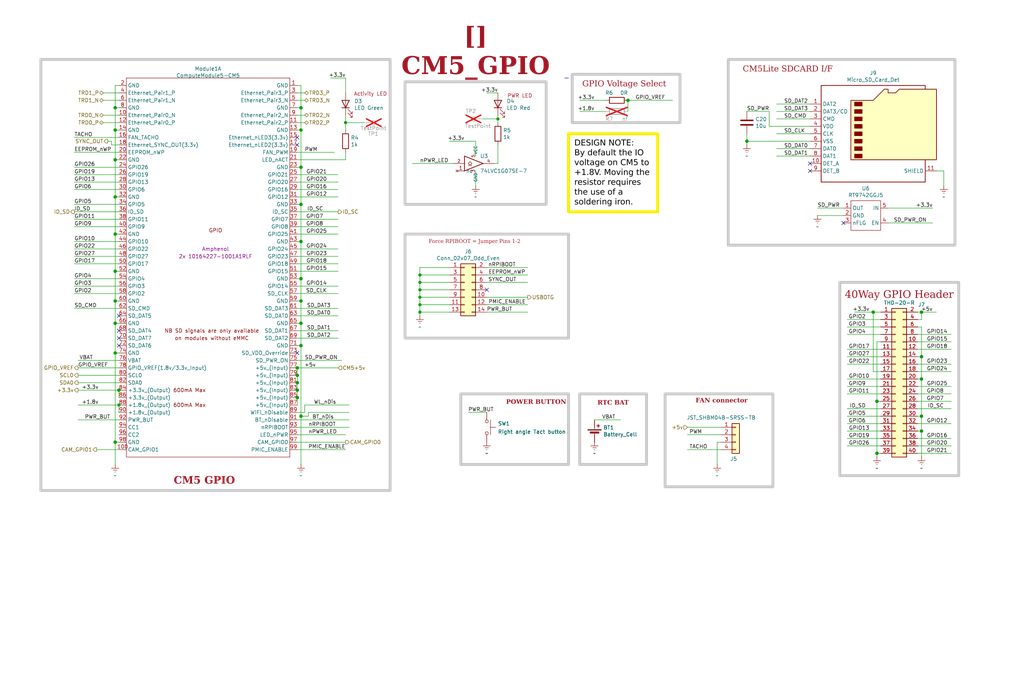
<source format=kicad_sch>
(kicad_sch (version 20250114) (generator "eeschema") (generator_version "9.0")
  (paper "User" 350 230)
  (title_block (title "CM5_GPIO") (date "Last Modified Date") (rev "${REVISION}") (company "${COMPANY}"))
  (rectangle (start 195.58 25.4) (end 232.41 41.91) (stroke (width 1) (color 200 200 200 1)))
  (rectangle (start 138.43 27.94) (end 186.69 69.85) (stroke (width 1) (color 200 200 200 1)))
  (rectangle (start 13.97 20.32) (end 133.35 167.64) (stroke (width 1) (color 200 200 200 1)))
  (rectangle (start 248.92 20.32) (end 326.39 83.82) (stroke (width 1) (color 200 200 200 1)))
  (rectangle (start 157.48 134.62) (end 194.31 158.75) (stroke (width 1) (color 200 200 200 1)))
  (rectangle (start 138.43 80.01) (end 194.31 115.57) (stroke (width 1) (color 200 200 200 1)))
  (rectangle (start 198.12 134.62) (end 220.98 158.75) (stroke (width 1) (color 200 200 200 1)))
  (rectangle (start 227.33 134.62) (end 264.16 166.37) (stroke (width 1) (color 200 200 200 1)))
  (rectangle (start 287.02 96.52) (end 327.66 162.56) (stroke (width 1) (color 200 200 200 1)))
  (text "Flexible I/O worked examples" (at 265.43 254 0) (effects (font (size 1.27 1.27)) (justify left bottom)))
  (text "Force RPIBOOT = Jumper Pins 1-2 \n" (at 178.435 83.82 0) (effects (font (size 1.27 1.27)) (justify right bottom)))
  (text "Activity LED" (at 120.904 33.02 0) (effects (font (size 1.27 1.27)) (justify left bottom)))
  (text "PWR LED" (at 173.355 33.655 0) (effects (font (size 1.27 1.27)) (justify left bottom)))
  (text "POWER BUTTON" (at 172.974 138.938 0) (effects (font (size 1.524 1.524) (bold yes)) (justify left bottom)))
  (text "FAN connector\n" (at 237.744 138.43 0) (effects (font (size 1.524 1.524) (bold yes)) (justify left bottom)))
  (text "References:" (at 265.43 250.19 0) (effects (font (size 1.27 1.27) (thickness 0.254) (bold yes)) (justify left bottom)))
  (text "RTC BAT" (at 204.216 139.192 0) (effects (font (size 1.524 1.524) (bold yes)) (justify left bottom)))
  (text "Flexible I/O source configuration" (at 265.43 256.54 0) (effects (font (size 1.27 1.27)) (justify left bottom)))
  (text_box "GPIO Voltage Select" (at 129.54 22.225 0) (size 167.64 9.525) (margins 1.9049 1.9049 1.9049 1.9049) (stroke (width -0.0001)) (effects (font (size 2 2) (thickness 0.3175)) (justify bottom)))
  (text_box "CM5Lite SDCARD I/F" (at 248.92 17.145 0) (size 40.64 9.525) (margins 1.9049 1.9049 1.9049 1.9049) (stroke (width -0.0001)) (effects (font (size 2 2) (thickness 0.3175)) (justify bottom)))
  (text_box "CM5 GPIO" (at -25.4 160.02 0) (size 190.5 7.62) (margins 1.9049 1.9049 1.9049 1.9049) (stroke (width -0.0001)) (effects (font (size 2.54 2.54) (thickness 0.508) (bold yes)) (justify bottom)))
  (text_box "DESIGN NOTE:\nBy default the IO voltage on CM5 to +1.8V. Moving the resistor requires the use of a soldering iron." (at 194.31 45.72 0) (size 30.48 26.67) (margins 2 2 2 2) (stroke (width 1) (color 250 236 0 1)) (effects (font (size 2 2)) (justify left top)))
  (text_box "40Way GPIO Header" (at 285.75 94.615 0) (size 43.18 9.525) (margins 1.9049 1.9049 1.9049 1.9049) (stroke (width -0.0001)) (effects (font (size 2.54 2.54) (thickness 0.3175)) (justify bottom)))
  (text_box "[${#}] ${TITLE}" (at 127 11.43 0) (size 71.12 12.7) (margins 5.9999 5.9999 5.9999 5.9999) (stroke (width -0.0001)) (effects (font (size 6 6) (thickness 1.2) (bold yes))))
  (junction (at 102.87 82.55) (diameter 1.016))
  (junction (at 39.37 54.61) (diameter 1.016))
  (junction (at 299.72 154.94) (diameter 1.016))
  (junction (at 118.11 41.91))
  (junction (at 102.87 110.49) (diameter 1.016))
  (junction (at 143.51 93.98))
  (junction (at 143.51 104.14))
  (junction (at 101.6 125.73) (diameter 1.016))
  (junction (at 298.45 106.68) (diameter 1.016))
  (junction (at 214.63 34.29) (diameter 1.016))
  (junction (at 255.27 48.26) (diameter 1.016))
  (junction (at 39.37 67.31) (diameter 1.016))
  (junction (at 314.96 147.32) (diameter 1.016))
  (junction (at 102.87 69.85) (diameter 1.016))
  (junction (at 40.64 133.35) (diameter 1.016))
  (junction (at 102.87 44.45) (diameter 1.016))
  (junction (at 314.96 142.24) (diameter 1.016))
  (junction (at 101.6 135.89) (diameter 1.016))
  (junction (at 314.96 106.68) (diameter 1.016))
  (junction (at 39.37 151.13) (diameter 1.016))
  (junction (at 143.51 101.6))
  (junction (at 314.96 121.92) (diameter 1.016))
  (junction (at 39.37 80.01) (diameter 1.016))
  (junction (at 102.87 142.24) (diameter 1.016))
  (junction (at 39.37 44.45) (diameter 1.016))
  (junction (at 102.87 57.15) (diameter 1.016))
  (junction (at 102.87 95.25) (diameter 1.016))
  (junction (at 143.51 96.52))
  (junction (at 299.72 137.16) (diameter 1.016))
  (junction (at 314.96 129.54) (diameter 1.016))
  (junction (at 101.6 130.81) (diameter 1.016))
  (junction (at 102.87 102.87) (diameter 1.016))
  (junction (at 39.37 92.71) (diameter 1.016))
  (junction (at 39.37 120.65) (diameter 1.016))
  (junction (at 40.64 138.43))
  (junction (at 101.6 128.27) (diameter 1.016))
  (junction (at 102.87 118.11) (diameter 1.016))
  (junction (at 39.37 110.49) (diameter 1.016))
  (junction (at 39.37 36.83) (diameter 1.016))
  (junction (at 39.37 102.87) (diameter 1.016))
  (junction (at 102.87 36.83) (diameter 1.016))
  (junction (at 143.51 106.68))
  (junction (at 101.6 133.35) (diameter 1.016))
  (junction (at 143.51 99.06))
  (junction (at 170.18 40.64))
  (no_connect (at 276.86 55.88))
  (no_connect (at 40.64 107.95))
  (no_connect (at 40.64 115.57))
  (no_connect (at 101.6 49.53))
  (no_connect (at 288.29 76.2))
  (no_connect (at 101.6 120.65))
  (no_connect (at 40.64 113.03))
  (no_connect (at 276.86 58.42))
  (no_connect (at 40.64 118.11))
  (no_connect (at 166.37 99.06))
  (no_connect (at 101.6 46.99))
  (wire (pts (xy 214.63 34.29) (xy 214.63 38.1)))
  (wire (pts (xy 160.02 140.97) (xy 166.37 140.97)))
  (wire (pts (xy 162.56 58.42) (xy 162.56 63.5)))
  (wire (pts (xy 101.6 102.87) (xy 102.87 102.87)))
  (wire (pts (xy 313.69 106.68) (xy 314.96 106.68)))
  (wire (pts (xy 102.87 118.11) (xy 102.87 142.24)))
  (wire (pts (xy 101.6 62.23) (xy 115.57 62.23)))
  (wire (pts (xy 40.64 29.21) (xy 39.37 29.21)))
  (wire (pts (xy 102.87 29.21) (xy 102.87 36.83)))
  (wire (pts (xy 166.37 91.44) (xy 180.34 91.44)))
  (wire (pts (xy 143.51 104.14) (xy 153.67 104.14)))
  (wire (pts (xy 102.87 142.24) (xy 105.41 142.24)))
  (wire (pts (xy 299.72 137.16) (xy 300.99 137.16)))
  (wire (pts (xy 101.6 59.69) (xy 115.57 59.69)))
  (wire (pts (xy 314.96 129.54) (xy 313.69 129.54)))
  (wire (pts (xy 26.67 133.35) (xy 40.64 133.35)))
  (wire (pts (xy 289.56 114.3) (xy 300.99 114.3)))
  (wire (pts (xy 276.86 38.1) (xy 265.43 38.1)))
  (wire (pts (xy 289.56 144.78) (xy 300.99 144.78)))
  (wire (pts (xy 101.6 54.61) (xy 118.11 54.61)))
  (wire (pts (xy 39.37 102.87) (xy 40.64 102.87)))
  (wire (pts (xy 289.56 121.92) (xy 300.99 121.92)))
  (wire (pts (xy 101.6 67.31) (xy 115.57 67.31)))
  (wire (pts (xy 102.87 95.25) (xy 102.87 102.87)))
  (wire (pts (xy 101.6 146.05) (xy 119.38 146.05)))
  (wire (pts (xy 313.69 119.38) (xy 325.12 119.38)))
  (wire (pts (xy 314.96 147.32) (xy 314.96 156.21)))
  (wire (pts (xy 25.4 62.23) (xy 40.64 62.23)))
  (wire (pts (xy 214.63 34.29) (xy 229.87 34.29)))
  (wire (pts (xy 26.67 130.81) (xy 40.64 130.81)))
  (wire (pts (xy 143.51 93.98) (xy 153.67 93.98)))
  (wire (pts (xy 276.86 53.34) (xy 265.43 53.34)))
  (wire (pts (xy 143.51 101.6) (xy 143.51 104.14)))
  (wire (pts (xy 101.6 64.77) (xy 115.57 64.77)))
  (wire (pts (xy 313.69 134.62) (xy 325.12 134.62)))
  (wire (pts (xy 288.29 73.66) (xy 279.4 73.66)))
  (wire (pts (xy 170.18 31.75) (xy 166.37 31.75)))
  (wire (pts (xy 25.4 90.17) (xy 40.64 90.17)))
  (wire (pts (xy 25.4 85.09) (xy 40.64 85.09)))
  (wire (pts (xy 101.6 31.75) (xy 104.14 31.75)))
  (wire (pts (xy 289.56 129.54) (xy 300.99 129.54)))
  (wire (pts (xy 166.37 101.6) (xy 180.34 101.6)))
  (wire (pts (xy 166.37 96.52) (xy 180.34 96.52)))
  (wire (pts (xy 101.6 34.29) (xy 104.14 34.29)))
  (wire (pts (xy 101.6 140.97) (xy 104.14 140.97)))
  (wire (pts (xy 289.56 149.86) (xy 300.99 149.86)))
  (wire (pts (xy 101.6 52.07) (xy 114.3 52.07)))
  (wire (pts (xy 101.6 74.93) (xy 115.57 74.93)))
  (wire (pts (xy 313.69 116.84) (xy 325.12 116.84)))
  (wire (pts (xy 39.37 151.13) (xy 39.37 158.75)))
  (wire (pts (xy 289.56 132.08) (xy 300.99 132.08)))
  (wire (pts (xy 33.02 153.67) (xy 40.64 153.67)))
  (wire (pts (xy 303.53 76.2) (xy 318.77 76.2)))
  (wire (pts (xy 25.4 77.47) (xy 40.64 77.47)))
  (wire (pts (xy 162.56 48.26) (xy 153.67 48.26)))
  (wire (pts (xy 289.56 142.24) (xy 300.99 142.24)))
  (wire (pts (xy 102.87 69.85) (xy 102.87 82.55)))
  (wire (pts (xy 143.51 91.44) (xy 153.67 91.44)))
  (wire (pts (xy 40.64 151.13) (xy 39.37 151.13)))
  (wire (pts (xy 25.4 52.07) (xy 40.64 52.07)))
  (wire (pts (xy 314.96 142.24) (xy 314.96 129.54)))
  (wire (pts (xy 299.72 154.94) (xy 299.72 156.21)))
  (wire (pts (xy 299.72 137.16) (xy 299.72 154.94)))
  (wire (pts (xy 101.6 128.27) (xy 101.6 130.81)))
  (wire (pts (xy 25.4 64.77) (xy 40.64 64.77)))
  (wire (pts (xy 39.37 92.71) (xy 39.37 102.87)))
  (wire (pts (xy 38.1 48.26) (xy 38.1 49.53)))
  (wire (pts (xy 26.67 125.73) (xy 40.64 125.73)))
  (wire (pts (xy 234.95 146.05) (xy 246.38 146.05)))
  (wire (pts (xy 300.99 106.68) (xy 298.45 106.68)))
  (wire (pts (xy 102.87 110.49) (xy 102.87 118.11)))
  (wire (pts (xy 262.89 43.18) (xy 262.89 38.1)))
  (wire (pts (xy 101.6 36.83) (xy 102.87 36.83)))
  (wire (pts (xy 39.37 54.61) (xy 39.37 67.31)))
  (wire (pts (xy 101.6 72.39) (xy 115.57 72.39)))
  (wire (pts (xy 289.56 124.46) (xy 300.99 124.46)))
  (wire (pts (xy 101.6 118.11) (xy 102.87 118.11)))
  (polyline (pts (xy 194.31 26.67) (xy 193.04 26.67)) (stroke (width 0) (type solid)))
  (wire (pts (xy 25.4 69.85) (xy 40.64 69.85)))
  (wire (pts (xy 25.4 87.63) (xy 40.64 87.63)))
  (wire (pts (xy 105.41 142.24) (xy 105.41 140.97)))
  (wire (pts (xy 101.6 143.51) (xy 119.38 143.51)))
  (wire (pts (xy 25.4 105.41) (xy 40.64 105.41)))
  (wire (pts (xy 39.37 110.49) (xy 39.37 120.65)))
  (wire (pts (xy 39.37 80.01) (xy 39.37 92.71)))
  (wire (pts (xy 143.51 104.14) (xy 143.51 106.68)))
  (wire (pts (xy 170.18 40.64) (xy 170.18 41.91)))
  (wire (pts (xy 113.03 26.67) (xy 118.11 26.67)))
  (wire (pts (xy 143.51 91.44) (xy 143.51 93.98)))
  (wire (pts (xy 35.306 31.75) (xy 40.64 31.75)))
  (wire (pts (xy 289.56 111.76) (xy 300.99 111.76)))
  (wire (pts (xy 102.87 44.45) (xy 102.87 57.15)))
  (wire (pts (xy 101.6 57.15) (xy 102.87 57.15)))
  (wire (pts (xy 101.6 130.81) (xy 101.6 133.35)))
  (wire (pts (xy 314.96 121.92) (xy 314.96 129.54)))
  (wire (pts (xy 101.6 44.45) (xy 102.87 44.45)))
  (wire (pts (xy 26.67 138.43) (xy 40.64 138.43)))
  (wire (pts (xy 101.6 153.67) (xy 118.11 153.67)))
  (wire (pts (xy 101.6 115.57) (xy 115.57 115.57)))
  (wire (pts (xy 298.45 127) (xy 300.99 127)))
  (wire (pts (xy 143.51 93.98) (xy 143.51 96.52)))
  (wire (pts (xy 299.72 116.84) (xy 299.72 137.16)))
  (wire (pts (xy 101.6 151.13) (xy 118.11 151.13)))
  (wire (pts (xy 320.04 58.42) (xy 322.58 58.42)))
  (wire (pts (xy 143.51 106.68) (xy 143.51 107.95)))
  (wire (pts (xy 101.6 107.95) (xy 115.57 107.95)))
  (wire (pts (xy 26.67 143.51) (xy 40.64 143.51)))
  (wire (pts (xy 313.69 124.46) (xy 325.12 124.46)))
  (wire (pts (xy 313.69 154.94) (xy 325.12 154.94)))
  (wire (pts (xy 25.4 82.55) (xy 40.64 82.55)))
  (wire (pts (xy 313.69 111.76) (xy 314.96 111.76)))
  (wire (pts (xy 313.69 152.4) (xy 325.12 152.4)))
  (wire (pts (xy 101.6 87.63) (xy 115.57 87.63)))
  (wire (pts (xy 313.69 109.22) (xy 314.96 109.22)))
  (wire (pts (xy 289.56 147.32) (xy 300.99 147.32)))
  (wire (pts (xy 40.64 44.45) (xy 39.37 44.45)))
  (wire (pts (xy 39.37 67.31) (xy 40.64 67.31)))
  (wire (pts (xy 203.2 143.51) (xy 212.09 143.51)))
  (wire (pts (xy 104.14 140.97) (xy 104.14 138.43)))
  (wire (pts (xy 289.56 134.62) (xy 300.99 134.62)))
  (wire (pts (xy 40.64 36.83) (xy 39.37 36.83)))
  (wire (pts (xy 39.37 110.49) (xy 40.64 110.49)))
  (wire (pts (xy 170.18 39.37) (xy 170.18 40.64)))
  (wire (pts (xy 39.37 102.87) (xy 39.37 110.49)))
  (wire (pts (xy 25.4 100.33) (xy 40.64 100.33)))
  (wire (pts (xy 36.83 48.26) (xy 38.1 48.26)))
  (wire (pts (xy 255.27 48.26) (xy 276.86 48.26)))
  (wire (pts (xy 299.72 154.94) (xy 300.99 154.94)))
  (wire (pts (xy 35.306 39.37) (xy 40.64 39.37)))
  (wire (pts (xy 39.37 54.61) (xy 40.64 54.61)))
  (wire (pts (xy 255.27 38.1) (xy 262.89 38.1)))
  (wire (pts (xy 25.4 97.79) (xy 40.64 97.79)))
  (wire (pts (xy 25.4 46.99) (xy 40.64 46.99)))
  (wire (pts (xy 25.4 72.39) (xy 40.64 72.39)))
  (wire (pts (xy 313.69 139.7) (xy 325.12 139.7)))
  (wire (pts (xy 143.51 99.06) (xy 153.67 99.06)))
  (wire (pts (xy 313.69 147.32) (xy 314.96 147.32)))
  (wire (pts (xy 102.87 82.55) (xy 102.87 95.25)))
  (wire (pts (xy 289.56 152.4) (xy 300.99 152.4)))
  (wire (pts (xy 101.6 125.73) (xy 101.6 128.27)))
  (wire (pts (xy 170.18 49.53) (xy 170.18 55.88)))
  (wire (pts (xy 39.37 67.31) (xy 39.37 80.01)))
  (wire (pts (xy 101.6 29.21) (xy 102.87 29.21)))
  (wire (pts (xy 101.6 77.47) (xy 115.57 77.47)))
  (wire (pts (xy 265.43 35.56) (xy 276.86 35.56)))
  (wire (pts (xy 234.95 153.67) (xy 246.38 153.67)))
  (wire (pts (xy 101.6 133.35) (xy 101.6 135.89)))
  (wire (pts (xy 143.51 96.52) (xy 143.51 99.06)))
  (wire (pts (xy 115.57 105.41) (xy 101.6 105.41)))
  (wire (pts (xy 313.69 142.24) (xy 314.96 142.24)))
  (wire (pts (xy 255.27 48.26) (xy 255.27 49.53)))
  (wire (pts (xy 102.87 57.15) (xy 102.87 69.85)))
  (wire (pts (xy 118.11 41.91) (xy 124.46 41.91)))
  (wire (pts (xy 289.56 139.7) (xy 300.99 139.7)))
  (wire (pts (xy 276.86 43.18) (xy 262.89 43.18)))
  (wire (pts (xy 322.58 58.42) (xy 322.58 63.5)))
  (wire (pts (xy 101.6 123.19) (xy 116.84 123.19)))
  (wire (pts (xy 26.67 123.19) (xy 40.64 123.19)))
  (wire (pts (xy 101.6 135.89) (xy 101.6 138.43)))
  (wire (pts (xy 143.51 96.52) (xy 153.67 96.52)))
  (wire (pts (xy 314.96 147.32) (xy 314.96 142.24)))
  (wire (pts (xy 101.6 110.49) (xy 102.87 110.49)))
  (wire (pts (xy 300.99 116.84) (xy 299.72 116.84)))
  (wire (pts (xy 26.67 128.27) (xy 40.64 128.27)))
  (wire (pts (xy 298.45 106.68) (xy 298.45 127)))
  (wire (pts (xy 198.12 38.1) (xy 207.01 38.1)))
  (wire (pts (xy 166.37 104.14) (xy 180.34 104.14)))
  (wire (pts (xy 39.37 36.83) (xy 39.37 44.45)))
  (wire (pts (xy 143.51 101.6) (xy 153.67 101.6)))
  (wire (pts (xy 246.38 151.13) (xy 245.11 151.13)))
  (wire (pts (xy 143.51 106.68) (xy 153.67 106.68)))
  (wire (pts (xy 198.12 34.29) (xy 207.01 34.29)))
  (wire (pts (xy 165.1 40.64) (xy 170.18 40.64)))
  (wire (pts (xy 39.37 120.65) (xy 39.37 151.13)))
  (wire (pts (xy 101.6 97.79) (xy 115.57 97.79)))
  (wire (pts (xy 35.306 41.91) (xy 40.64 41.91)))
  (wire (pts (xy 313.69 132.08) (xy 325.12 132.08)))
  (wire (pts (xy 101.6 148.59) (xy 118.11 148.59)))
  (wire (pts (xy 292.1 106.68) (xy 298.45 106.68)))
  (wire (pts (xy 313.69 149.86) (xy 325.12 149.86)))
  (wire (pts (xy 39.37 92.71) (xy 40.64 92.71)))
  (wire (pts (xy 314.96 109.22) (xy 314.96 106.68)))
  (wire (pts (xy 255.27 45.72) (xy 255.27 48.26)))
  (wire (pts (xy 170.18 55.88) (xy 168.91 55.88)))
  (wire (pts (xy 40.64 140.97) (xy 40.64 138.43)))
  (wire (pts (xy 166.37 106.68) (xy 180.34 106.68)))
  (wire (pts (xy 39.37 120.65) (xy 40.64 120.65)))
  (wire (pts (xy 313.69 127) (xy 325.12 127)))
  (wire (pts (xy 118.11 44.45) (xy 118.11 41.91)))
  (wire (pts (xy 140.97 55.88) (xy 154.94 55.88)))
  (wire (pts (xy 101.6 92.71) (xy 115.57 92.71)))
  (wire (pts (xy 289.56 119.38) (xy 300.99 119.38)))
  (wire (pts (xy 314.96 106.68) (xy 320.04 106.68)))
  (wire (pts (xy 118.11 54.61) (xy 118.11 52.07)))
  (wire (pts (xy 101.6 69.85) (xy 102.87 69.85)))
  (wire (pts (xy 162.56 53.34) (xy 162.56 48.26)))
  (wire (pts (xy 101.6 41.91) (xy 104.14 41.91)))
  (wire (pts (xy 265.43 50.8) (xy 276.86 50.8)))
  (wire (pts (xy 25.4 74.93) (xy 40.64 74.93)))
  (wire (pts (xy 314.96 111.76) (xy 314.96 121.92)))
  (wire (pts (xy 265.43 40.64) (xy 276.86 40.64)))
  (wire (pts (xy 25.4 57.15) (xy 40.64 57.15)))
  (wire (pts (xy 40.64 135.89) (xy 40.64 133.35)))
  (wire (pts (xy 234.95 148.59) (xy 246.38 148.59)))
  (wire (pts (xy 101.6 82.55) (xy 102.87 82.55)))
  (wire (pts (xy 101.6 95.25) (xy 102.87 95.25)))
  (wire (pts (xy 101.6 85.09) (xy 115.57 85.09)))
  (wire (pts (xy 39.37 44.45) (xy 39.37 54.61)))
  (wire (pts (xy 143.51 99.06) (xy 143.51 101.6)))
  (wire (pts (xy 102.87 142.24) (xy 102.87 158.75)))
  (wire (pts (xy 39.37 80.01) (xy 40.64 80.01)))
  (wire (pts (xy 314.96 121.92) (xy 313.69 121.92)))
  (wire (pts (xy 118.11 41.91) (xy 118.11 39.37)))
  (wire (pts (xy 25.4 95.25) (xy 40.64 95.25)))
  (wire (pts (xy 313.69 144.78) (xy 325.12 144.78)))
  (wire (pts (xy 288.29 71.12) (xy 279.4 71.12)))
  (wire (pts (xy 101.6 90.17) (xy 115.57 90.17)))
  (wire (pts (xy 118.11 26.67) (xy 118.11 31.75)))
  (wire (pts (xy 245.11 151.13) (xy 245.11 158.75)))
  (wire (pts (xy 35.306 34.29) (xy 40.64 34.29)))
  (wire (pts (xy 102.87 102.87) (xy 102.87 110.49)))
  (wire (pts (xy 166.37 93.98) (xy 180.34 93.98)))
  (wire (pts (xy 105.41 140.97) (xy 119.38 140.97)))
  (wire (pts (xy 276.86 45.72) (xy 265.43 45.72)))
  (wire (pts (xy 25.4 59.69) (xy 40.64 59.69)))
  (wire (pts (xy 115.57 100.33) (xy 101.6 100.33)))
  (wire (pts (xy 101.6 39.37) (xy 104.14 39.37)))
  (wire (pts (xy 39.37 29.21) (xy 39.37 36.83)))
  (wire (pts (xy 313.69 137.16) (xy 325.12 137.16)))
  (wire (pts (xy 101.6 125.73) (xy 115.57 125.73)))
  (wire (pts (xy 104.14 138.43) (xy 119.38 138.43)))
  (wire (pts (xy 115.57 113.03) (xy 101.6 113.03)))
  (wire (pts (xy 303.53 71.12) (xy 318.77 71.12)))
  (wire (pts (xy 101.6 80.01) (xy 115.57 80.01)))
  (wire (pts (xy 102.87 36.83) (xy 102.87 44.45)))
  (wire (pts (xy 38.1 49.53) (xy 40.64 49.53)))
  (wire (pts (xy 313.69 114.3) (xy 325.12 114.3)))
  (wire (pts (xy 289.56 109.22) (xy 300.99 109.22)))
  (label "GPIO25" (at 111.76 80.01 180))
  (label "GPIO12" (at 323.85 144.78 180))
  (label "GPIO25" (at 323.85 132.08 180))
  (label "GPIO9" (at 25.4 77.47 0))
  (label "GPIO24" (at 323.85 127 180))
  (label "GPIO10" (at 25.4 82.55 0))
  (label "GPIO17" (at 297.18 119.38 180))
  (label "WL_nDis" (at 114.935 138.43 180))
  (label "PMIC_ENABLE" (at 118.11 153.67 180))
  (label "SYNC_OUT" (at 176.53 96.52 180))
  (label "" (at 148.59 101.6 180))
  (label "GPIO6" (at 25.4 64.77 0))
  (label "GPIO15" (at 111.76 92.71 180))
  (label "GPIO9" (at 295.91 132.08 180))
  (label "GPIO_VREF" (at 26.67 125.73 0))
  (label "GPIO2" (at 295.91 109.22 180))
  (label "GPIO14" (at 111.76 97.79 180))
  (label "SD_DAT2" (at 267.97 35.56 0))
  (label "GPIO20" (at 111.76 62.23 180))
  (label "GPIO7" (at 322.58 137.16 180))
  (label "SD_DAT0" (at 113.03 107.95 180))
  (label "+1.8v" (at 203.2 38.1 180))
  (label "GPIO13" (at 297.18 147.32 180))
  (label "" (at 148.59 91.44 180))
  (label "ID_SC" (at 322.58 139.7 180))
  (label "SD_CMD" (at 25.4 105.41 0))
  (label "" (at 148.59 96.52 180))
  (label "GPIO_VREF" (at 217.17 34.29 0))
  (label "GPIO21" (at 323.85 154.94 180))
  (label "GPIO12" (at 111.76 67.31 180))
  (label "GPIO16" (at 323.85 149.86 180))
  (label "EEPROM_nWP" (at 25.4 52.07 0))
  (label "SD_DAT2" (at 113.03 115.57 180))
  (label "PWR_BUT" (at 28.956 143.51 0))
  (label "TACHO" (at 235.585 153.67 0))
  (label "BT_nDis" (at 114.1476 143.51 180))
  (label "GPIO16" (at 111.76 64.77 180))
  (label "GPIO18" (at 111.76 90.17 180))
  (label "nRPIBOOT" (at 105.41 146.05 0))
  (label "GPIO21" (at 111.76 59.69 180))
  (label "+3.3v" (at 318.77 71.12 180))
  (label "GPIO19" (at 297.18 149.86 180))
  (label "PWM" (at 235.585 148.59 0))
  (label "GPIO4" (at 25.4 95.25 0))
  (label "PWR_BUT" (at 166.37 106.68 0))
  (label "+5v" (at 318.77 106.68 180))
  (label "SD_CMD" (at 267.97 40.64 0))
  (label "SD_PWR" (at 279.4 71.12 0))
  (label "" (at 148.59 104.14 180))
  (label "GPIO11" (at 25.4 74.93 0))
  (label "+5v" (at 107.95 125.73 180))
  (label "GPIO23" (at 323.85 124.46 180))
  (label "SD_DAT3" (at 267.97 38.1 0))
  (label "+3.3v" (at 203.2 34.29 180))
  (label "SD_PWR_ON" (at 104.14 123.19 0))
  (label "TACHO" (at 25.4 46.99 0))
  (label "PWM" (at 104.14 52.07 0))
  (label "ID_SD" (at 25.4 72.39 0))
  (label "SD_DAT0" (at 267.97 50.8 0))
  (label "" (at 148.59 99.06 180))
  (label "SD_DAT1" (at 267.97 53.34 0))
  (label "GPIO13" (at 25.4 62.23 0))
  (label "GPIO26" (at 297.18 152.4 180))
  (label "ID_SD" (at 295.91 139.7 180))
  (label "GPIO17" (at 25.4 90.17 0))
  (label "GPIO27" (at 25.4 87.63 0))
  (label "GPIO23" (at 111.76 87.63 180))
  (label "GPIO5" (at 25.4 69.85 0))
  (label "GPIO15" (at 323.85 116.84 180))
  (label "GPIO11" (at 297.18 134.62 180))
  (label "SD_DAT1" (at 113.03 113.03 180))
  (label "+3.3v" (at 297.18 106.68 180))
  (label "VBAT" (at 31.75 123.19 180))
  (label "" (at 148.59 106.68 180))
  (label "nPWR_LED" (at 105.41 148.59 0))
  (label "GPIO3" (at 25.4 97.79 0))
  (label "GPIO19" (at 25.4 59.69 0))
  (label "SD_CLK" (at 267.97 45.72 0))
  (label "GPIO26" (at 25.4 57.15 0))
  (label "GPIO22" (at 297.18 124.46 180))
  (label "+3.3v" (at 118.11 26.67 180))
  (label "GPIO3" (at 295.91 111.76 180))
  (label "PMIC_ENABLE" (at 179.705 104.14 180))
  (label "+3.3v" (at 158.75 48.26 180))
  (label "nPWR_LED" (at 143.51 55.88 0))
  (label "VBAT" (at 205.74 143.51 0))
  (label "SD_CLK" (at 111.76 100.33 180))
  (label "+1.8v" (at 27.94 138.43 0))
  (label "GPIO8" (at 322.58 134.62 180))
  (label "nRPIBOOT" (at 176.276 91.44 180))
  (label "+3.3v" (at 170.18 31.75 180))
  (label "GPIO5" (at 295.91 142.24 180))
  (label "GPIO14" (at 323.85 114.3 180))
  (label "PWR_BUT" (at 160.02 140.97 0))
  (label "GPIO24" (at 111.76 85.09 180))
  (label "GPIO20" (at 323.85 152.4 180))
  (label "GPIO7" (at 110.49 74.93 180))
  (label "SD_DAT3" (at 113.03 105.41 180))
  (label "EEPROM_nWP" (at 179.578 93.98 180))
  (label "GPIO2" (at 25.4 100.33 0))
  (label "GPIO22" (at 25.4 85.09 0))
  (label "GPIO27" (at 297.18 121.92 180))
  (label "GPIO8" (at 110.49 77.47 180))
  (label "ID_SC" (at 110.49 72.39 180))
  (label "GPIO10" (at 297.18 129.54 180))
  (label "" (at 148.59 93.98 180))
  (label "SD_PWR_ON" (at 305.435 76.2 0))
  (label "GPIO6" (at 295.91 144.78 180))
  (label "GPIO4" (at 295.91 114.3 180))
  (label "SD_PWR" (at 255.27 38.1 0))
  (label "GPIO18" (at 323.85 119.38 180))
  (label "+3.3v" (at 27.94 133.35 0))
  (hierarchical_label "ID_SD" (shape output) (at 25.4 72.39 180))
  (hierarchical_label "TRD1_P" (shape bidirectional) (at 35.306 31.75 180))
  (hierarchical_label "TRD0_N" (shape bidirectional) (at 35.306 39.37 180))
  (hierarchical_label "SDA0" (shape output) (at 26.67 130.81 180))
  (hierarchical_label "CAM_GPIO1" (shape output) (at 33.02 153.67 180))
  (hierarchical_label "TRD3_P" (shape bidirectional) (at 104.14 31.75 0))
  (hierarchical_label "CAM_GPIO0" (shape output) (at 118.11 151.13 0))
  (hierarchical_label "ID_SC" (shape output) (at 115.57 72.39 0))
  (hierarchical_label "USBOTG" (shape output) (at 180.34 101.6 0))
  (hierarchical_label "TRD2_P" (shape bidirectional) (at 104.14 41.91 0))
  (hierarchical_label "SYNC_OUT" (shape output) (at 36.83 48.26 180))
  (hierarchical_label "CM5+5v" (shape input) (at 115.57 125.73 0))
  (hierarchical_label "SCL0" (shape output) (at 26.67 128.27 180))
  (hierarchical_label "+5v" (shape input) (at 234.95 146.05 180))
  (hierarchical_label "TRD0_P" (shape bidirectional) (at 35.306 41.91 180))
  (hierarchical_label "TRD3_N" (shape bidirectional) (at 104.14 34.29 0))
  (hierarchical_label "TRD2_N" (shape bidirectional) (at 104.14 39.37 0))
  (hierarchical_label "+3.3v" (shape output) (at 26.67 133.35 180))
  (hierarchical_label "GPIO_VREF" (shape output) (at 26.67 125.73 180))
  (hierarchical_label "TRD1_N" (shape bidirectional) (at 35.306 34.29 180))
  (symbol (lib_id "CM5IO:74LVC1G07_copy") (at 162.56 55.88 0) (unit 1)
    (property "Reference" "U3" (at 164.084 53.34 0) (effects (justify left)))
    (property "Value" "74LVC1G07SE-7" (at 164.084 58.42 0) (effects (justify left)))
    (property "Footprint" "Package_TO_SOT_SMD:SOT-353_SC-70-5" (effects (hide yes)))
    (property "Datasheet" "https://www.diodes.com/assets/Datasheets/74LVC1G07.pdf" (effects (hide yes)))
    (property "Field4" "Farnell" (effects (hide yes)))
    (property "Field5" "2425492" (effects (hide yes)))
    (property "Field6" "74LVC1G07SE-7" (effects (hide yes)))
    (property "Field7" "Diodes" (effects (hide yes)))
    (property "Part Description" "Buffer, Non-Inverting 1 Element 1 Bit per Element Open Drain Output SOT-353" (effects (hide yes)))
  )
  (symbol (lib_id "CM5IO:RT9742GGJ5") (at 297.18 81.28 0) (unit 1)
    (property "Reference" "U6" (at 295.91 64.389 0))
    (property "Value" "RT9742GGJ5" (at 295.91 66.7004 0))
    (property "Footprint" "Package_TO_SOT_SMD:SOT-23-5" (effects (hide yes)))
    (property "Datasheet" "https://www.richtek.com/assets/product_file/RT9742/DS9742-00.pdf" (effects (hide yes)))
    (property "Field4" "Farnell" (effects (hide yes)))
    (property "Field5" "	2545875" (effects (hide yes)))
    (property "Field6" "RT9742GGJ5" (effects (hide yes)))
    (property "Field7" "RichTek" (effects (hide yes)))
    (property "Field8" "USWI00166" (effects (hide yes)))
    (property "Part Description" "	Power Switch/Driver 1:1 N-Channel 1A TSOT-23-5" (effects (hide yes)))
  )
  (symbol (lib_id "power:Earth") (at 279.4 73.66 0) (unit 1)
    (property "Reference" "#PWR25" (effects (hide yes)))
    (property "Value" "~" (at 279.4 77.47 0))
    (property "Description" "Power symbol creates a global label with name \"Earth\"" (effects (hide yes)))
  )
  (symbol (lib_id "Connector_Generic:Conn_02x20_Odd_Even") (at 306.07 129.54 0) (unit 1)
    (property "Reference" "J7" (at 314.96 104.14 0))
    (property "Value" "THD-20-R" (at 307.34 103.4796 0))
    (property "Footprint" "Connector_PinHeader_2.54mm:PinHeader_2x20_P2.54mm_Vertical" (effects (hide yes)))
    (property "Datasheet" "https://www.toby.co.uk/uploads/publications/1673.pdf" (effects (hide yes)))
    (property "Field4" "Toby" (effects (hide yes)))
    (property "Field5" "THD-20-R" (effects (hide yes)))
    (property "Field6" "THD-20-R" (effects (hide yes)))
    (property "Field7" "Toby" (effects (hide yes)))
    (property "Field8" "UCON00511" (effects (hide yes)))
    (property "Part Description" "PinHeader_2x20_P2.54mm_Vertical" (effects (hide yes)))
  )
  (symbol (lib_id "Device:C") (at 255.27 41.91 0) (unit 1)
    (property "Reference" "C20" (at 258.191 40.7416 0) (effects (justify left)))
    (property "Value" "10u" (at 258.191 43.053 0) (effects (justify left)))
    (property "Footprint" "Capacitor_SMD:C_0805_2012Metric" (effects (hide yes)))
    (property "Datasheet" "https://search.murata.co.jp/Ceramy/image/img/A01X/G101/ENG/GRM21BR71A106KA73-01.pdf" (effects (hide yes)))
    (property "Field5" "490-14381-1-ND" (effects (hide yes)))
    (property "Field4" "Digikey" (effects (hide yes)))
    (property "Field6" "GRM21BR71A106KA73L" (effects (hide yes)))
    (property "Field7" "Murata" (effects (hide yes)))
    (property "Part Description" "	10uF 10% 10V Ceramic Capacitor X7R 0805 (2012 Metric)" (effects (hide yes)))
    (property "Field8" "111893011" (effects (hide yes)))
  )
  (symbol (lib_id "power:Earth") (at 314.96 156.21 0) (unit 1)
    (property "Reference" "#PWR20" (effects (hide yes)))
    (property "Value" "~" (at 314.96 160.02 0))
    (property "Description" "Power symbol creates a global label with name \"Earth\"" (effects (hide yes)))
  )
  (symbol (lib_id "power:Earth") (at 299.72 156.21 0) (unit 1)
    (property "Reference" "#PWR19" (effects (hide yes)))
    (property "Value" "~" (at 299.72 160.02 0))
    (property "Description" "Power symbol creates a global label with name \"Earth\"" (effects (hide yes)))
  )
  (symbol (lib_id "power:Earth") (at 39.37 158.75 0) (unit 1)
    (property "Reference" "#PWR13" (effects (hide yes)))
    (property "Value" "~" (at 39.37 162.56 0))
    (property "Description" "Power symbol creates a global label with name \"Earth\"" (effects (hide yes)))
  )
  (symbol (lib_id "power:Earth") (at 102.87 158.75 0) (unit 1)
    (property "Reference" "#PWR15" (effects (hide yes)))
    (property "Value" "~" (at 102.87 162.56 0))
    (property "Description" "Power symbol creates a global label with name \"Earth\"" (effects (hide yes)))
  )
  (symbol (lib_id "Device:LED") (at 118.11 35.56 90) (unit 1)
    (property "Reference" "D3" (at 121.0818 34.5694 90) (effects (justify right)))
    (property "Value" "LED Green" (at 121.0818 36.8808 90) (effects (justify right)))
    (property "Footprint" "LED_SMD:LED_0603_1608Metric" (effects (hide yes)))
    (property "Datasheet" "http://optoelectronics.liteon.com/upload/download/DS22-2000-226/LTST-S270KGKT.pdf" (effects (hide yes)))
    (property "Field4" "Digikey " (effects (hide yes)))
    (property "Field5" "LTST-S270KGKT" (effects (hide yes)))
    (property "Field6" "SML-A12M8TT86N" (effects (hide yes)))
    (property "Field7" "Rohm" (effects (hide yes)))
    (property "Field8" "650263301" (effects (hide yes)))
    (property "Part Description" "	Green 572nm LED Indication - Discrete 2.2V 2-SMD, No Lead" (effects (hide yes)))
  )
  (symbol (lib_id "Device:R") (at 118.11 48.26 0) (unit 1)
    (property "Reference" "R4" (at 119.888 47.0916 0) (effects (justify left)))
    (property "Value" "1k" (at 119.888 49.403 0) (effects (justify left)))
    (property "Footprint" "Resistor_SMD:R_0402_1005Metric" (effects (hide yes)))
    (property "Datasheet" "https://fscdn.rohm.com/en/products/databook/datasheet/passive/resistor/chip_resistor/mcr-e.pdf" (effects (hide yes)))
    (property "Field4" "Farnell" (effects (hide yes)))
    (property "Field5" "9239235" (effects (hide yes)))
    (property "Field7" "KOA EUROPE GMBH" (effects (hide yes)))
    (property "Field6" "RK73H1ETTP1001F" (effects (hide yes)))
    (property "Part Description" "Resistor 1K M1005 1% 63mW" (effects (hide yes)))
    (property "Field8" "125049511" (effects (hide yes)))
  )
  (symbol (lib_id "power:Earth") (at 162.56 63.5 0) (unit 1)
    (property "Reference" "#PWR17" (effects (hide yes)))
    (property "Value" "~" (at 162.56 67.31 0))
    (property "Description" "Power symbol creates a global label with name \"Earth\"" (effects (hide yes)))
  )
  (symbol (lib_name "LED_1") (lib_id "Device:LED") (at 170.18 35.56 90) (unit 1)
    (property "Reference" "D4" (at 173.1518 34.5694 90) (effects (justify right)))
    (property "Value" "LED Red" (at 173.1518 36.8808 90) (effects (justify right)))
    (property "Footprint" "LED_SMD:LED_0603_1608Metric" (effects (hide yes)))
    (property "Datasheet" "http://optoelectronics.liteon.com/upload/download/DS22-2000-210/LTST-S270KRKT.pdf" (effects (hide yes)))
    (property "Field4" "Digikey " (effects (hide yes)))
    (property "Field5" "	LTST-S270KRKT" (effects (hide yes)))
    (property "Field6" "SML-A12U8TT86Q" (effects (hide yes)))
    (property "Field7" "Rohm" (effects (hide yes)))
    (property "Field8" "650295101" (effects (hide yes)))
    (property "Part Description" "	Red 620nm LED Indication - Discrete 2.2V 2-SMD, No Lead" (effects (hide yes)))
  )
  (symbol (lib_id "Device:R") (at 170.18 45.72 0) (unit 1)
    (property "Reference" "R5" (at 171.958 44.5516 0) (effects (justify left)))
    (property "Value" "1k" (at 171.958 46.863 0) (effects (justify left)))
    (property "Footprint" "Resistor_SMD:R_0402_1005Metric" (effects (hide yes)))
    (property "Datasheet" "https://fscdn.rohm.com/en/products/databook/datasheet/passive/resistor/chip_resistor/mcr-e.pdf" (effects (hide yes)))
    (property "Field4" "Farnell" (effects (hide yes)))
    (property "Field5" "9239235" (effects (hide yes)))
    (property "Field7" "KOA EUROPE GMBH" (effects (hide yes)))
    (property "Field6" "RK73H1ETTP1001F" (effects (hide yes)))
    (property "Part Description" "Resistor 1K M1005 1% 63mW" (effects (hide yes)))
    (property "Field8" "125049511" (effects (hide yes)))
  )
  (symbol (lib_id "Connector:TestPoint") (at 165.1 40.64 90) (unit 1) (in_bom no) (dnp yes)
    (property "Reference" "TP2" (at 162.7378 37.973 90) (effects (justify left)))
    (property "Value" "TestPoint" (at 167.8178 43.053 90) (effects (justify left)))
    (property "Footprint" "TestPoint:TestPoint_Pad_2.0x2.0mm" (effects (hide yes)))
    (property "Field4" "nf" (effects (hide yes)))
    (property "Field5" "nf" (effects (hide yes)))
    (property "Field6" "nf" (effects (hide yes)))
    (property "Field7" "nf" (effects (hide yes)))
    (property "Part Description" "Test point" (effects (hide yes)))
  )
  (symbol (lib_id "Device:R") (at 210.82 34.29 90) (unit 1)
    (property "Reference" "R6" (at 209.55 31.75 90) (effects (justify left)))
    (property "Value" "0R" (at 214.63 31.75 90) (effects (justify left)))
    (property "Footprint" "Resistor_SMD:R_0805_2012Metric_Pad1.20x1.40mm_HandSolder" (effects (hide yes)))
    (property "Datasheet" "https://fscdn.rohm.com/en/products/databook/datasheet/passive/resistor/chip_resistor/mcr-e.pdf" (effects (hide yes)))
    (property "Field4" "Farnell" (effects (hide yes)))
    (property "Field5" "9233750" (effects (hide yes)))
    (property "Field7" "Rohm" (effects (hide yes)))
    (property "Field6" "MCR10EZPJ000" (effects (hide yes)))
    (property "Part Description" "Resistor 0R M2012 5% " (effects (hide yes)))
    (property "Field8" "121629591" (effects (hide yes)))
  )
  (symbol (lib_id "Device:R") (at 210.82 38.1 90) (unit 1) (exclude_from_sim yes) (in_bom no) (dnp yes)
    (property "Reference" "R7" (at 209.55 40.64 90) (effects (justify left)))
    (property "Value" "nf" (at 214.63 40.64 90) (effects (justify left)))
    (property "Footprint" "Resistor_SMD:R_0805_2012Metric_Pad1.20x1.40mm_HandSolder" (effects (hide yes)))
    (property "Datasheet" "https://fscdn.rohm.com/en/products/databook/datasheet/passive/resistor/chip_resistor/mcr-e.pdf" (effects (hide yes)))
    (property "Field4" "nf" (effects (hide yes)))
    (property "Field5" "nf" (effects (hide yes)))
    (property "Field6" "nf" (effects (hide yes)))
  )
  (symbol (lib_id "Connector:Micro_SD_Card_Det2") (at 299.72 45.72 0) (unit 1)
    (property "Reference" "J9" (at 298.45 24.9682 0))
    (property "Value" "Micro_SD_Card_Det" (at 298.45 27.2796 0))
    (property "Footprint" "CM5IO:SDCARD_MOLEX_503398-1892" (effects (hide yes)))
    (property "Datasheet" "https://www.hirose.com/product/en/download_file/key_name/DM3/category/Catalog/doc_file_id/49662/?file_category_id=4&item_id=195&is_series=1" (effects (hide yes)))
    (property "Field4" "Farnell" (effects (hide yes)))
    (property "Field5" "2358234" (effects (hide yes)))
    (property "Field6" "503398-1892" (effects (hide yes)))
    (property "Field7" "Molex" (effects (hide yes)))
    (property "Part Description" "9 (8 + 1) Position Card Connector microSD™ Surface Mount, Right Angle Gold" (effects (hide yes)))
    (property "Field8" "UCON00512" (effects (hide yes)))
  )
  (symbol (lib_id "power:Earth") (at 255.27 49.53 0) (unit 1)
    (property "Reference" "#PWR23" (effects (hide yes)))
    (property "Value" "~" (at 255.27 53.34 0))
    (property "Description" "Power symbol creates a global label with name \"Earth\"" (effects (hide yes)))
  )
  (symbol (lib_id "power:Earth") (at 322.58 63.5 0) (unit 1)
    (property "Reference" "#PWR27" (effects (hide yes)))
    (property "Value" "~" (at 322.58 67.31 0))
    (property "Description" "Power symbol creates a global label with name \"Earth\"" (effects (hide yes)))
  )
  (symbol (lib_id "Connector_Generic:Conn_02x07_Odd_Even") (at 158.75 99.06 0) (unit 1)
    (property "Reference" "J6" (at 160.02 85.9536 0))
    (property "Value" "Conn_02x07_Odd_Even" (at 160.02 88.265 0))
    (property "Footprint" "Connector_PinHeader_2.54mm:PinHeader_2x07_P2.54mm_Vertical" (effects (hide yes)))
    (property "Datasheet" "https://www.toby.co.uk/uploads/publications/1673.pdf" (effects (hide yes)))
    (property "Field4" "Toby" (effects (hide yes)))
    (property "Field5" "THD-07-R" (effects (hide yes)))
    (property "Field6" "THD-07-R" (effects (hide yes)))
    (property "Field7" "Toby" (effects (hide yes)))
    (property "Part Description" "PinHeader_2x07_P2.54mm_Vertical" (effects (hide yes)))
  )
  (symbol (lib_id "Device:Battery_Cell") (at 203.2 148.59 0) (unit 1)
    (property "Reference" "BT1" (at 206.1972 146.1516 0) (effects (justify left)))
    (property "Value" "Battery_Cell" (at 206.1972 148.463 0) (effects (justify left)))
    (property "Footprint" "CM5IO:BatteryHolder_Keystone_3034_1x20mm" (effects (hide yes)))
    (property "Datasheet" "https://www.keyelco.com/userAssets/file/M65p9.pdf" (effects (hide yes)))
    (property "Field4" "Digikey" (effects (hide yes)))
    (property "Field5" "36-3034-ND" (effects (hide yes)))
    (property "Field6" "3034" (effects (hide yes)))
    (property "Field7" "Keystone" (effects (hide yes)))
    (property "Part Description" "	Battery Retainer Coin, 20.0mm 1 Cell SMD (SMT) Tab" (effects (hide yes)))
  )
  (symbol (lib_id "power:Earth") (at 143.51 107.95 0) (unit 1)
    (property "Reference" "#PWR18" (effects (hide yes)))
    (property "Value" "~" (at 143.51 111.76 0))
    (property "Description" "Power symbol creates a global label with name \"Earth\"" (effects (hide yes)))
  )
  (symbol (lib_id "power:Earth") (at 245.11 158.75 0) (unit 1)
    (property "Reference" "#PWR16" (effects (hide yes)))
    (property "Value" "~" (at 245.11 162.56 0))
    (property "Description" "Power symbol creates a global label with name \"Earth\"" (effects (hide yes)))
  )
  (symbol (lib_id "Connector_Generic:Conn_01x04") (at 251.46 148.59 0) (unit 1)
    (property "Reference" "J5" (at 249.555 156.845 0) (effects (justify left)))
    (property "Value" "JST_SHBM04B-SRSS-TB" (at 234.696 142.748 0) (effects (justify left)))
    (property "Footprint" "Connector_JST:JST_SH_BM04B-SRSS-TB_1x04-1MP_P1.00mm_Vertical" (effects (hide yes)))
    (property "Field5" "SHBM04B-SRSS-TB" (effects (hide yes)))
    (property "Field6" "SHBM04B-SRSS-TB" (effects (hide yes)))
    (property "Field7" "JST" (effects (hide yes)))
    (property "Part Description" "4 pin vertical 1mm pitch connector" (effects (hide yes)))
  )
  (symbol (lib_id "Switch:SW_Push") (at 166.37 146.05 270) (unit 1)
    (property "Reference" "SW1" (at 170.18 144.7799 90) (effects (justify left)))
    (property "Value" "Right angle Tact button" (at 170.18 147.574 90) (effects (justify left)))
    (property "Footprint" "Button_Switch_THT:SW_Tactile_SPST_Angled_PTS645Vx58-2LFS" (effects (hide yes)))
    (property "Datasheet" "https://www.mouser.co.uk/datasheet/2/240/Littelfuse-3050591.pdf" (effects (hide yes)))
    (property "Description" "Push button switch, generic, two pins" (effects (hide yes)))
    (property "Field5" "PTS645VH58-2LFS" (effects (hide yes)))
    (property "Field6" "PTS645VH58-2LFS" (effects (hide yes)))
    (property "Field7" "CK" (effects (hide yes)))
    (property "Part Description" "Right angle through hole Tact switch" (effects (hide yes)))
  )
  (symbol (lib_id "Connector:TestPoint") (at 124.46 41.91 270) (unit 1) (in_bom no) (dnp yes)
    (property "Reference" "TP1" (at 125.73 45.72 90) (effects (justify left)))
    (property "Value" "TestPoint" (at 123.19 43.815 90) (effects (justify left)))
    (property "Footprint" "TestPoint:TestPoint_Pad_2.0x2.0mm" (effects (hide yes)))
    (property "Field4" "nf" (effects (hide yes)))
    (property "Field5" "nf" (effects (hide yes)))
    (property "Field6" "nf" (effects (hide yes)))
    (property "Field7" "nf" (effects (hide yes)))
    (property "Part Description" "Test point" (effects (hide yes)))
  )
  (symbol (lib_id "CM5IO:ComputeModule5-CM5") (at 73.66 85.09 0) (unit 1)
    (property "Reference" "Module1" (at 71.12 23.495 0))
    (property "Value" "ComputeModule5-CM5" (at 71.12 25.8064 0))
    (property "Footprint" "CM5IO:Raspberry-Pi-5-Compute-Module" (effects (hide yes)))
    (property "Description" "RaspberryPi Compute module 5" (effects (hide yes)))
    (property "Field4" "Amphenol" (at 73.66 85.09 0))
    (property "Field5" "2x 10164227-1001A1RLF" (at 73.66 87.63 0))
    (property "Field6" "2x 10164227-1001A1RLF" (effects (hide yes)))
    (property "Field7" "Hirose" (effects (hide yes)))
    (property "Part Description" "	100 Position Connector Receptacle, Center Strip Contacts Surface Mount Gold" (effects (hide yes)))
  )
  (symbol (lib_id "power:Earth") (at 203.2 151.13 0) (unit 1)
    (property "Reference" "#PWR14" (effects (hide yes)))
    (property "Value" "~" (at 203.2 154.94 0))
    (property "Description" "Power symbol creates a global label with name \"Earth\"" (effects (hide yes)))
  )
  (symbol (lib_id "power:Earth") (at 166.37 151.13 0) (unit 1)
    (property "Reference" "#PWR12" (effects (hide yes)))
    (property "Value" "~" (at 166.37 154.94 0))
    (property "Description" "Power symbol creates a global label with name \"Earth\"" (effects (hide yes)))
  )
)
</source>
